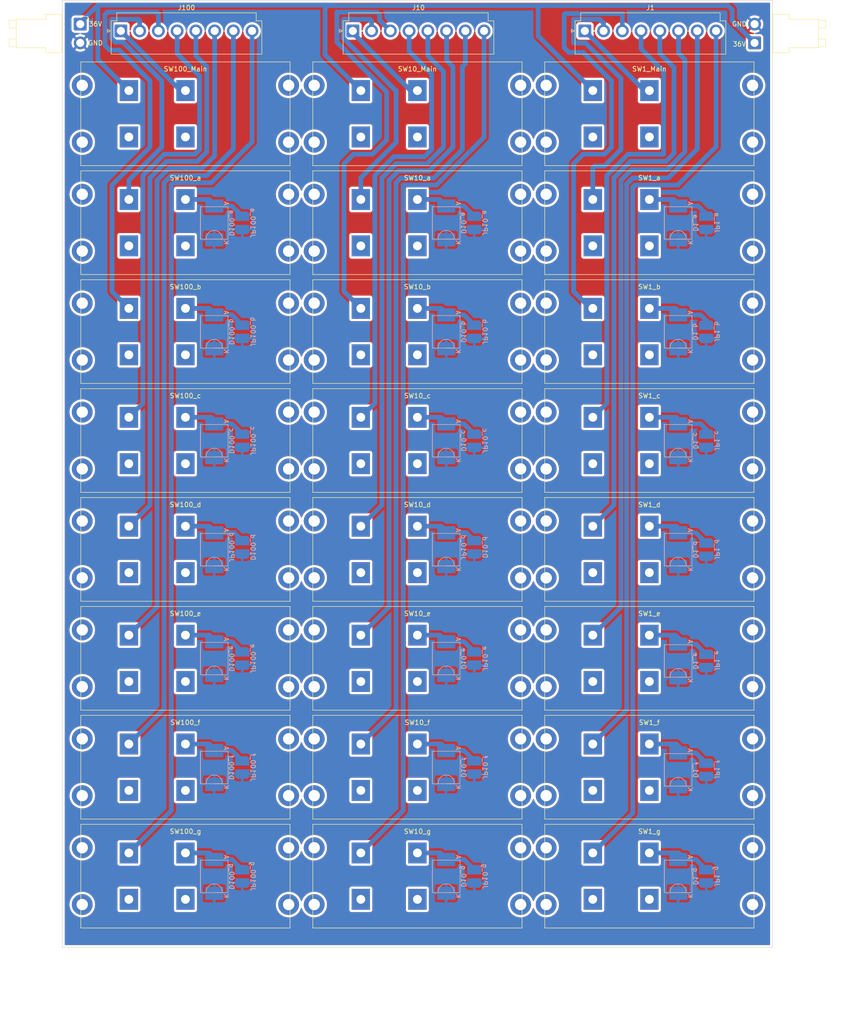
<source format=kicad_pcb>
(kicad_pcb (version 20211014) (generator pcbnew)
  (layers (0 "F.Cu" signal) (31 "B.Cu" signal) (34 "B.Paste" user) (35 "F.Paste" user) (36 "B.SilkS" user "B.Silkscreen") (37 "F.SilkS" user "F.Silkscreen") (38 "B.Mask" user) (39 "F.Mask" user) (44 "Edge.Cuts" user))
  (net 0 "")
  (net 1 "GND")
  (net 2 "Net-(D1-Pad2)")
  (net 3 "Net-(D2-Pad2)")
  (net 4 "Net-(D3-Pad2)")
  (net 5 "Net-(D4-Pad2)")
  (net 6 "Net-(D5-Pad2)")
  (net 7 "Net-(D6-Pad2)")
  (net 8 "Net-(D7-Pad2)")
  (net 9 "Net-(D8-Pad2)")
  (net 10 "Net-(D9-Pad2)")
  (net 11 "Net-(D10-Pad2)")
  (net 12 "Net-(D11-Pad2)")
  (net 13 "Net-(D12-Pad2)")
  (net 14 "Net-(D13-Pad2)")
  (net 15 "Net-(D14-Pad2)")
  (net 16 "Net-(D15-Pad2)")
  (net 17 "Net-(D16-Pad2)")
  (net 18 "Net-(D17-Pad2)")
  (net 19 "Net-(D18-Pad2)")
  (net 20 "Net-(D19-Pad2)")
  (net 21 "Net-(D20-Pad2)")
  (net 22 "Net-(D21-Pad2)")
  (net 23 "Net-(J1-Pad1)")
  (net 24 "Net-(J1-Pad2)")
  (net 25 "Net-(J1-Pad3)")
  (net 26 "Net-(J1-Pad4)")
  (net 27 "Net-(J1-Pad5)")
  (net 28 "Net-(J1-Pad6)")
  (net 29 "Net-(J1-Pad7)")
  (net 30 "Net-(J1-Pad8)")
  (net 31 "Net-(J2-Pad1)")
  (net 32 "Net-(J2-Pad2)")
  (net 33 "Net-(J2-Pad3)")
  (net 34 "Net-(J2-Pad4)")
  (net 35 "Net-(J2-Pad5)")
  (net 36 "Net-(J2-Pad6)")
  (net 37 "Net-(J2-Pad7)")
  (net 38 "Net-(J2-Pad8)")
  (net 39 "Net-(J3-Pad1)")
  (net 40 "Net-(J3-Pad2)")
  (net 41 "Net-(J3-Pad3)")
  (net 42 "Net-(J3-Pad4)")
  (net 43 "Net-(J3-Pad5)")
  (net 44 "Net-(J3-Pad6)")
  (net 45 "Net-(J3-Pad7)")
  (net 46 "Net-(J3-Pad8)")
  (net 89 "+36V")
  (footprint "Connector_JST:JST_VH_B8P-VH-B_1x08_P3.96mm_Vertical" (layer "F.Cu") (at 191.3625 46.45)
    (fp_text reference "J10")
    (fp_text value "Conn_01x08_Male")
  )
  (footprint "PartsLibrary:MS151S" (layer "F.Cu") (at 156 96)
    (fp_text reference "SW100_b")
    (fp_text value "SW_DPST")
  )
  (footprint "PartsLibrary:MS151S" (layer "F.Cu") (at 205 188)
    (fp_text reference "SW10_f")
    (fp_text value "SW_DPST")
  )
  (footprint "PartsLibrary:MS151S" (layer "F.Cu") (at 254 188)
    (fp_text reference "SW1_f")
    (fp_text value "SW_DPST")
  )
  (footprint "PartsLibrary:MS151S" (layer "F.Cu") (at 156 73)
    (fp_text reference "SW100_a")
    (fp_text value "SW_DPST")
  )
  (footprint "PartsLibrary:MS151S" (layer "F.Cu") (at 205 211)
    (fp_text reference "SW10_g")
    (fp_text value "SW_DPST")
  )
  (footprint "Connector_JST:JST_VH_B2PS-VH_1x02_P3.96mm_Horizontal" (layer "F.Cu") (at 276.225 48.98 90)
    (fp_text reference "J4")
    (fp_text value "Conn_01x02_Male")
  )
  (footprint "Connector_JST:JST_VH_B2PS-VH_1x02_P3.96mm_Horizontal" (layer "F.Cu") (at 133.775 45.02 -90)
    (fp_text reference "J5")
    (fp_text value "Conn_01x02_Male")
  )
  (footprint "PartsLibrary:MS151S" (layer "F.Cu") (at 205 119)
    (fp_text reference "SW10_c")
    (fp_text value "SW_DPST")
  )
  (footprint "PartsLibrary:MS151S" (layer "F.Cu") (at 156 50)
    (fp_text reference "SW100_Main")
    (fp_text value "SW_DPST")
  )
  (footprint "PartsLibrary:MS151S" (layer "F.Cu") (at 254 50)
    (fp_text reference "SW1_Main")
    (fp_text value "SW_DPST")
  )
  (footprint "PartsLibrary:MS151S" (layer "F.Cu") (at 156 142)
    (fp_text reference "SW100_d")
    (fp_text value "SW_DPST")
  )
  (footprint "PartsLibrary:MS151S" (layer "F.Cu") (at 254 211)
    (fp_text reference "SW1_g")
    (fp_text value "SW_DPST")
  )
  (footprint "PartsLibrary:MS151S" (layer "F.Cu") (at 205 96)
    (fp_text reference "SW10_b")
    (fp_text value "SW_DPST")
  )
  (footprint "PartsLibrary:MS151S" (layer "F.Cu") (at 156 165)
    (fp_text reference "SW100_e")
    (fp_text value "SW_DPST")
  )
  (footprint "PartsLibrary:MS151S" (layer "F.Cu") (at 205 165)
    (fp_text reference "SW10_e")
    (fp_text value "SW_DPST")
  )
  (footprint "Connector_JST:JST_VH_B8P-VH-B_1x08_P3.96mm_Vertical" (layer "F.Cu") (at 240.3625 46.45)
    (fp_text reference "J1")
    (fp_text value "Conn_01x08_Male")
  )
  (footprint "PartsLibrary:MS151S" (layer "F.Cu") (at 156 188)
    (fp_text reference "SW100_f")
    (fp_text value "SW_DPST")
  )
  (footprint "PartsLibrary:MS151S" (layer "F.Cu") (at 205 142)
    (fp_text reference "SW10_d")
    (fp_text value "SW_DPST")
  )
  (footprint "PartsLibrary:MS151S" (layer "F.Cu") (at 156 211)
    (fp_text reference "SW100_g")
    (fp_text value "SW_DPST")
  )
  (footprint "PartsLibrary:MS151S" (layer "F.Cu") (at 254 142)
    (fp_text reference "SW1_d")
    (fp_text value "SW_DPST")
  )
  (footprint "PartsLibrary:MS151S" (layer "F.Cu") (at 156 119)
    (fp_text reference "SW100_c")
    (fp_text value "SW_DPST")
  )
  (footprint "PartsLibrary:MS151S" (layer "F.Cu") (at 205 73)
    (fp_text reference "SW10_a")
    (fp_text value "SW_DPST")
  )
  (footprint "PartsLibrary:MS151S" (layer "F.Cu") (at 254 73)
    (fp_text reference "SW1_a")
    (fp_text value "SW_DPST")
  )
  (footprint "Connector_JST:JST_VH_B8P-VH-B_1x08_P3.96mm_Vertical" (layer "F.Cu") (at 142.3625 46.45)
    (fp_text reference "J100")
    (fp_text value "Conn_01x08_Male")
  )
  (footprint "PartsLibrary:MS151S" (layer "F.Cu") (at 254 165)
    (fp_text reference "SW1_e")
    (fp_text value "SW_DPST")
  )
  (footprint "PartsLibrary:MS151S" (layer "F.Cu") (at 205 50)
    (fp_text reference "SW10_Main")
    (fp_text value "SW_DPST")
  )
  (footprint "PartsLibrary:MS151S" (layer "F.Cu") (at 254 119)
    (fp_text reference "SW1_c")
    (fp_text value "SW_DPST")
  )
  (footprint "PartsLibrary:MS151S" (layer "F.Cu") (at 254 96)
    (fp_text reference "SW1_b")
    (fp_text value "SW_DPST")
  )
  (footprint "PartsLibrary:junper" (layer "B.Cu") (at 212 225 -90)
    (fp_text reference "JP10_g")
    (fp_text value "SolderJumper_2_Open")
  )
  (footprint "PartsLibrary:junper" (layer "B.Cu") (at 163 225 -90)
    (fp_text reference "JP100_g")
    (fp_text value "SolderJumper_2_Open")
  )
  (footprint "PartsLibrary:junper" (layer "B.Cu") (at 163 110 -90)
    (fp_text reference "JP100_b")
    (fp_text value "SolderJumper_2_Open")
  )
  (footprint "PartsLibrary:junper" (layer "B.Cu") (at 261 179.5 -90)
    (fp_text reference "JP1_e")
    (fp_text value "SolderJumper_2_Open")
  )
  (footprint "PartsLibrary:junper" (layer "B.Cu") (at 212 179 -90)
    (fp_text reference "JP10_e")
    (fp_text value "SolderJumper_2_Open")
  )
  (footprint "PartsLibrary:NSI50350AST3G" (layer "B.Cu") (at 267 133 90)
    (fp_text reference "D1_c")
    (fp_text value "D")
  )
  (footprint "PartsLibrary:NSI50350AST3G" (layer "B.Cu") (at 218 202 90)
    (fp_text reference "D10_f")
    (fp_text value "D")
  )
  (footprint "PartsLibrary:NSI50350AST3G" (layer "B.Cu") (at 218 87 90)
    (fp_text reference "D10_a")
    (fp_text value "D")
  )
  (footprint "PartsLibrary:NSI50350AST3G" (layer "B.Cu") (at 267 202.5 90)
    (fp_text reference "D1_f")
    (fp_text value "D")
  )
  (footprint "PartsLibrary:junper" (layer "B.Cu") (at 163 155.5 -90)
    (fp_text reference "JP100_d")
    (fp_text value "SolderJumper_2_Open")
  )
  (footprint "PartsLibrary:junper" (layer "B.Cu") (at 261 87 -90)
    (fp_text reference "JP1_a")
    (fp_text value "SolderJumper_2_Open")
  )
  (footprint "PartsLibrary:NSI50350AST3G" (layer "B.Cu") (at 267 110 90)
    (fp_text reference "D1_b")
    (fp_text value "D")
  )
  (footprint "PartsLibrary:junper" (layer "B.Cu") (at 212 133 -90)
    (fp_text reference "JP10_c")
    (fp_text value "SolderJumper_2_Open")
  )
  (footprint "PartsLibrary:NSI50350AST3G" (layer "B.Cu") (at 169 110 90)
    (fp_text reference "D100_b")
    (fp_text value "D")
  )
  (footprint "PartsLibrary:junper" (layer "B.Cu") (at 163 87 -90)
    (fp_text reference "JP100_a")
    (fp_text value "SolderJumper_2_Open")
  )
  (footprint "PartsLibrary:junper" (layer "B.Cu") (at 163 179 -90)
    (fp_text reference "JP100_e")
    (fp_text value "SolderJumper_2_Open")
  )
  (footprint "PartsLibrary:NSI50350AST3G" (layer "B.Cu") (at 267 225 90)
    (fp_text reference "D1_g")
    (fp_text value "D")
  )
  (footprint "PartsLibrary:NSI50350AST3G" (layer "B.Cu") (at 218 225 90)
    (fp_text reference "D10_g")
    (fp_text value "D")
  )
  (footprint "PartsLibrary:junper" (layer "B.Cu") (at 163 133 -90)
    (fp_text reference "JP100_c")
    (fp_text value "SolderJumper_2_Open")
  )
  (footprint "PartsLibrary:NSI50350AST3G" (layer "B.Cu") (at 267 87 90)
    (fp_text reference "D1_a")
    (fp_text value "D")
  )
  (footprint "PartsLibrary:NSI50350AST3G" (layer "B.Cu") (at 169 133 90)
    (fp_text reference "D100_c")
    (fp_text value "D")
  )
  (footprint "PartsLibrary:junper" (layer "B.Cu") (at 212 87 -90)
    (fp_text reference "JP10_a")
    (fp_text value "SolderJumper_2_Open")
  )
  (footprint "PartsLibrary:junper" (layer "B.Cu") (at 212 155.5 -90)
    (fp_text reference "JP10_d")
    (fp_text value "SolderJumper_2_Open")
  )
  (footprint "PartsLibrary:junper" (layer "B.Cu") (at 261 156 -90)
    (fp_text reference "JP1_d")
    (fp_text value "SolderJumper_2_Open")
  )
  (footprint "PartsLibrary:NSI50350AST3G" (layer "B.Cu") (at 267 179.5 90)
    (fp_text reference "D1_e")
    (fp_text value "D")
  )
  (footprint "PartsLibrary:junper" (layer "B.Cu") (at 261 202.5 -90)
    (fp_text reference "JP1_f")
    (fp_text value "SolderJumper_2_Open")
  )
  (footprint "PartsLibrary:junper" (layer "B.Cu") (at 261 133 -90)
    (fp_text reference "JP1_c")
    (fp_text value "SolderJumper_2_Open")
  )
  (footprint "PartsLibrary:NSI50350AST3G" (layer "B.Cu") (at 218 156 90)
    (fp_text reference "D10_d")
    (fp_text value "D")
  )
  (footprint "PartsLibrary:NSI50350AST3G" (layer "B.Cu") (at 267 156 90)
    (fp_text reference "D1_d")
    (fp_text value "D")
  )
  (footprint "PartsLibrary:NSI50350AST3G" (layer "B.Cu") (at 218 179 90)
    (fp_text reference "D10_e")
    (fp_text value "D")
  )
  (footprint "PartsLibrary:NSI50350AST3G" (layer "B.Cu") (at 169 225 90)
    (fp_text reference "D100_g")
    (fp_text value "D")
  )
  (footprint "PartsLibrary:junper" (layer "B.Cu") (at 212 110 -90)
    (fp_text reference "JP10_b")
    (fp_text value "SolderJumper_2_Open")
  )
  (footprint "PartsLibrary:junper" (layer "B.Cu") (at 163 202 -90)
    (fp_text reference "JP100_f")
    (fp_text value "SolderJumper_2_Open")
  )
  (footprint "PartsLibrary:NSI50350AST3G" (layer "B.Cu") (at 169 87 90)
    (fp_text reference "D100_a")
    (fp_text value "D")
  )
  (footprint "PartsLibrary:junper" (layer "B.Cu") (at 261 225 -90)
    (fp_text reference "JP1_g")
    (fp_text value "SolderJumper_2_Open")
  )
  (footprint "PartsLibrary:NSI50350AST3G" (layer "B.Cu") (at 169 156 90)
    (fp_text reference "D100_d")
    (fp_text value "D")
  )
  (footprint "PartsLibrary:junper" (layer "B.Cu") (at 261 110 -90)
    (fp_text reference "JP1_b")
    (fp_text value "SolderJumper_2_Open")
  )
  (footprint "PartsLibrary:NSI50350AST3G" (layer "B.Cu") (at 218 110 90)
    (fp_text reference "D10_b")
    (fp_text value "D")
  )
  (footprint "PartsLibrary:NSI50350AST3G" (layer "B.Cu") (at 169 202 90)
    (fp_text reference "D100_f")
    (fp_text value "D")
  )
  (footprint "PartsLibrary:NSI50350AST3G" (layer "B.Cu") (at 218 133 90)
    (fp_text reference "D10_c")
    (fp_text value "D")
  )
  (footprint "PartsLibrary:junper" (layer "B.Cu") (at 212 202 -90)
    (fp_text reference "JP10_f")
    (fp_text value "SolderJumper_2_Open")
  )
  (footprint "PartsLibrary:NSI50350AST3G" (layer "B.Cu") (at 169 179 90)
    (fp_text reference "D100_e")
    (fp_text value "D")
  )
  (gr_line (start 130 40) (end 130 240) (layer "Edge.Cuts") (width 0.1))
  (gr_line (start 280 40) (end 280 240) (layer "Edge.Cuts") (width 0.1))
  (gr_line (start 130 40) (end 280 40) (layer "Edge.Cuts") (width 0.1))
  (gr_line (start 130 240) (end 280 240) (layer "Edge.Cuts") (width 0.1))
  (gr_text "GND" (at 137 49) (layer "F.SilkS") (effects (font (size 1 1))))
  (gr_text "36V" (at 273 49.25) (layer "F.SilkS") (effects (font (size 1 1))))
  (gr_text "36V" (at 137 45) (layer "F.SilkS") (effects (font (size 1 1))))
  (gr_text "GND" (at 273 45) (layer "F.SilkS") (effects (font (size 1 1))))
  (segment (start 264.3315 83.4315) (end 266.5 85.6) (width 1) (layer "B.Cu") (net 2))
  (segment (start 259.1985 82.05) (end 260.58 83.4315) (width 1) (layer "B.Cu") (net 2))
  (segment (start 260.58 83.4315) (end 264.3315 83.4315) (width 1) (layer "B.Cu") (net 2))
  (segment (start 254 82.05) (end 259.1985 82.05) (width 1) (layer "B.Cu") (net 2))
  (segment (start 259.5235 105.05) (end 260.905 106.4315) (width 1) (layer "B.Cu") (net 3))
  (segment (start 254 105.05) (end 259.5235 105.05) (width 1) (layer "B.Cu") (net 3))
  (segment (start 260.905 106.4315) (end 264.8315 106.4315) (width 1) (layer "B.Cu") (net 3))
  (segment (start 264.8315 106.4315) (end 267 108.6) (width 1) (layer "B.Cu") (net 3))
  (segment (start 261.08 129.4315) (end 264.8315 129.4315) (width 1) (layer "B.Cu") (net 4))
  (segment (start 254 128.05) (end 259.6985 128.05) (width 1) (layer "B.Cu") (net 4))
  (segment (start 264.8315 129.4315) (end 267 131.6) (width 1) (layer "B.Cu") (net 4))
  (segment (start 259.6985 128.05) (end 261.08 129.4315) (width 1) (layer "B.Cu") (net 4))
  (segment (start 254 151.05) (end 259.6985 151.05) (width 1) (layer "B.Cu") (net 5))
  (segment (start 260.08 152.4315) (end 263.8315 152.4315) (width 1) (layer "B.Cu") (net 5))
  (segment (start 259.6985 151.05) (end 261.08 152.4315) (width 1) (layer "B.Cu") (net 5))
  (segment (start 263.8315 152.4315) (end 266 154.6) (width 1) (layer "B.Cu") (net 5))
  (segment (start 259.5235 174.05) (end 261.405 175.9315) (width 1) (layer "B.Cu") (net 6))
  (segment (start 263.8315 175.9315) (end 266 178.1) (width 1) (layer "B.Cu") (net 6))
  (segment (start 260.08 175.9315) (end 263.8315 175.9315) (width 1) (layer "B.Cu") (net 6))
  (segment (start 254 174.05) (end 259.5235 174.05) (width 1) (layer "B.Cu") (net 6))
  (segment (start 259.6985 197.05) (end 261.58 198.9315) (width 1) (layer "B.Cu") (net 7))
  (segment (start 254 197.05) (end 259.6985 197.05) (width 1) (layer "B.Cu") (net 7))
  (segment (start 260.08 198.9315) (end 263.8315 198.9315) (width 1) (layer "B.Cu") (net 7))
  (segment (start 263.8315 198.9315) (end 266 201.1) (width 1) (layer "B.Cu") (net 7))
  (segment (start 260.08 221.4315) (end 263.8315 221.4315) (width 1) (layer "B.Cu") (net 8))
  (segment (start 260.1985 220.05) (end 261.58 221.4315) (width 1) (layer "B.Cu") (net 8))
  (segment (start 263.8315 221.4315) (end 266 223.6) (width 1) (layer "B.Cu") (net 8))
  (segment (start 254 220.05) (end 260.1985 220.05) (width 1) (layer "B.Cu") (net 8))
  (segment (start 205 82.05) (end 209.6985 82.05) (width 1) (layer "B.Cu") (net 9))
  (segment (start 211.08 83.4315) (end 214.8315 83.4315) (width 1) (layer "B.Cu") (net 9))
  (segment (start 209.6985 82.05) (end 211.08 83.4315) (width 1) (layer "B.Cu") (net 9))
  (segment (start 214.8315 83.4315) (end 217 85.6) (width 1) (layer "B.Cu") (net 9))
  (segment (start 205 105.05) (end 210.0235 105.05) (width 1) (layer "B.Cu") (net 10))
  (segment (start 210.0235 105.05) (end 211.405 106.4315) (width 1) (layer "B.Cu") (net 10))
  (segment (start 211.08 106.4315) (end 214.8315 106.4315) (width 1) (layer "B.Cu") (net 10))
  (segment (start 214.8315 106.4315) (end 217 108.6) (width 1) (layer "B.Cu") (net 10))
  (segment (start 210.0235 128.05) (end 211.405 129.4315) (width 1) (layer "B.Cu") (net 11))
  (segment (start 211.08 129.4315) (end 214.8315 129.4315) (width 1) (layer "B.Cu") (net 11))
  (segment (start 205 128.05) (end 210.0235 128.05) (width 1) (layer "B.Cu") (net 11))
  (segment (start 214.8315 129.4315) (end 217 131.6) (width 1) (layer "B.Cu") (net 11))
  (segment (start 205 151.05) (end 210.0235 151.05) (width 1) (layer "B.Cu") (net 12))
  (segment (start 211.08 152.4315) (end 215.3315 152.4315) (width 1) (layer "B.Cu") (net 12))
  (segment (start 210.0235 151.05) (end 211.405 152.4315) (width 1) (layer "B.Cu") (net 12))
  (segment (start 215.3315 152.4315) (end 217 154.1) (width 1) (layer "B.Cu") (net 12))
  (segment (start 214.8315 175.4315) (end 217 177.6) (width 1) (layer "B.Cu") (net 13))
  (segment (start 205 174.05) (end 209.6985 174.05) (width 1) (layer "B.Cu") (net 13))
  (segment (start 211.08 175.4315) (end 214.8315 175.4315) (width 1) (layer "B.Cu") (net 13))
  (segment (start 209.6985 174.05) (end 211.08 175.4315) (width 1) (layer "B.Cu") (net 13))
  (segment (start 214.8315 198.4315) (end 217 200.6) (width 1) (layer "B.Cu") (net 14))
  (segment (start 210.0235 197.05) (end 211.405 198.4315) (width 1) (layer "B.Cu") (net 14))
  (segment (start 205 197.05) (end 210.0235 197.05) (width 1) (layer "B.Cu") (net 14))
  (segment (start 211.08 198.4315) (end 214.8315 198.4315) (width 1) (layer "B.Cu") (net 14))
  (segment (start 209.8735 220.05) (end 211.255 221.4315) (width 1) (layer "B.Cu") (net 15))
  (segment (start 211.08 221.4315) (end 214.8315 221.4315) (width 1) (layer "B.Cu") (net 15))
  (segment (start 205 220.05) (end 209.8735 220.05) (width 1) (layer "B.Cu") (net 15))
  (segment (start 214.8315 221.4315) (end 217 223.6) (width 1) (layer "B.Cu") (net 15))
  (segment (start 165.8315 83.4315) (end 168 85.6) (width 1) (layer "B.Cu") (net 16))
  (segment (start 162.08 83.4315) (end 165.8315 83.4315) (width 1) (layer "B.Cu") (net 16))
  (segment (start 156 82.05) (end 161.0235 82.05) (width 1) (layer "B.Cu") (net 16))
  (segment (start 161.0235 82.05) (end 162.405 83.4315) (width 1) (layer "B.Cu") (net 16))
  (segment (start 165.8315 106.4315) (end 168 108.6) (width 1) (layer "B.Cu") (net 17))
  (segment (start 161.0235 105.05) (end 162.405 106.4315) (width 1) (layer "B.Cu") (net 17))
  (segment (start 162.08 106.4315) (end 165.8315 106.4315) (width 1) (layer "B.Cu") (net 17))
  (segment (start 156 105.05) (end 161.0235 105.05) (width 1) (layer "B.Cu") (net 17))
  (segment (start 161.5235 128.05) (end 162.405 128.9315) (width 1) (layer "B.Cu") (net 18))
  (segment (start 156 128.05) (end 161.5235 128.05) (width 1) (layer "B.Cu") (net 18))
  (segment (start 162.08 129.4315) (end 165.8315 129.4315) (width 1) (layer "B.Cu") (net 18))
  (segment (start 165.8315 129.4315) (end 168 131.6) (width 1) (layer "B.Cu") (net 18))
  (segment (start 161.0235 151.05) (end 162.405 152.4315) (width 1) (layer "B.Cu") (net 19))
  (segment (start 162.08 152.4315) (end 166.3315 152.4315) (width 1) (layer "B.Cu") (net 19))
  (segment (start 156 151.05) (end 161.0235 151.05) (width 1) (layer "B.Cu") (net 19))
  (segment (start 166.3315 152.4315) (end 168 154.1) (width 1) (layer "B.Cu") (net 19))
  (segment (start 156 174.05) (end 161.0235 174.05) (width 1) (layer "B.Cu") (net 20))
  (segment (start 161.0235 174.05) (end 162.405 175.4315) (width 1) (layer "B.Cu") (net 20))
  (segment (start 165.8315 175.4315) (end 168 177.6) (width 1) (layer "B.Cu") (net 20))
  (segment (start 162.08 175.4315) (end 165.8315 175.4315) (width 1) (layer "B.Cu") (net 20))
  (segment (start 161.0235 197.05) (end 162.405 198.4315) (width 1) (layer "B.Cu") (net 21))
  (segment (start 162.08 198.4315) (end 165.8315 198.4315) (width 1) (layer "B.Cu") (net 21))
  (segment (start 165.8315 198.4315) (end 168 200.6) (width 1) (layer "B.Cu") (net 21))
  (segment (start 156 197.05) (end 161.0235 197.05) (width 1) (layer "B.Cu") (net 21))
  (segment (start 161.0235 220.05) (end 162.405 221.4315) (width 1) (layer "B.Cu") (net 22))
  (segment (start 162.08 221.4315) (end 165.8315 221.4315) (width 1) (layer "B.Cu") (net 22))
  (segment (start 156 220.05) (end 161.0235 220.05) (width 1) (layer "B.Cu") (net 22))
  (segment (start 165.8315 221.4315) (end 168 223.6) (width 1) (layer "B.Cu") (net 22))
  (segment (start 240.3625 46.45) (end 252.9625 59.05) (width 1) (layer "B.Cu") (net 23))
  (segment (start 252.9625 59.05) (end 254 59.05) (width 1) (layer "B.Cu") (net 23))
  (segment (start 242.05 82.05) (end 242.05 75.45) (width 1) (layer "B.Cu") (net 24))
  (segment (start 248 71.5) (end 248 56.5) (width 1) (layer "B.Cu") (net 24))
  (segment (start 242.5 75) (end 244.5 75) (width 1) (layer "B.Cu") (net 24))
  (segment (start 238 49) (end 238 44) (width 1) (layer "B.Cu") (net 24))
  (segment (start 244.3225 44.8225) (end 244.3225 46.45) (width 1) (layer "B.Cu") (net 24))
  (segment (start 244.5 75) (end 248 71.5) (width 1) (layer "B.Cu") (net 24))
  (segment (start 243.5 44) (end 244.3225 44.8225) (width 1) (layer "B.Cu") (net 24))
  (segment (start 238 44) (end 243.5 44) (width 1) (layer "B.Cu") (net 24))
  (segment (start 248 56.5) (end 240.5 49) (width 1) (layer "B.Cu") (net 24))
  (segment (start 242.05 75.45) (end 242.5 75) (width 1) (layer "B.Cu") (net 24))
  (segment (start 240.5 49) (end 238 49) (width 1) (layer "B.Cu") (net 24))
  (segment (start 237 51) (end 240 51) (width 1) (layer "B.Cu") (net 25))
  (segment (start 236 43) (end 236 50) (width 1) (layer "B.Cu") (net 25))
  (segment (start 246 71) (end 244.5 72.5) (width 1) (layer "B.Cu") (net 25))
  (segment (start 244.5 72.5) (end 240 72.5) (width 1) (layer "B.Cu") (net 25))
  (segment (start 241.55 105.05) (end 242.05 105.05) (width 1) (layer "B.Cu") (net 25))
  (segment (start 236 50) (end 237 51) (width 1) (layer "B.Cu") (net 25))
  (segment (start 248.2825 46.45) (end 248.2825 42.7825) (width 1) (layer "B.Cu") (net 25))
  (segment (start 238 74.5) (end 238 101.5) (width 1) (layer "B.Cu") (net 25))
  (segment (start 246 57) (end 246 71) (width 1) (layer "B.Cu") (net 25))
  (segment (start 238 101.5) (end 241.55 105.05) (width 1) (layer "B.Cu") (net 25))
  (segment (start 240 51) (end 246 57) (width 1) (layer "B.Cu") (net 25))
  (segment (start 240 72.5) (end 238 74.5) (width 1) (layer "B.Cu") (net 25))
  (segment (start 248.2825 42.7825) (end 236.2175 42.7825) (width 1) (layer "B.Cu") (net 25))
  (segment (start 236.2175 42.7825) (end 236 43) (width 1) (layer "B.Cu") (net 25))
  (segment (start 242.05 128.05) (end 245 125.1) (width 1) (layer "B.Cu") (net 26))
  (segment (start 245 101.5) (end 245 77) (width 1) (layer "B.Cu") (net 26))
  (segment (start 245 125.1) (end 245 101.5) (width 1) (layer "B.Cu") (net 26))
  (segment (start 245.5 76.5) (end 249.5 72.5) (width 1) (layer "B.Cu") (net 26))
  (segment (start 252.2425 50.2425) (end 257 55) (width 1) (layer "B.Cu") (net 26))
  (segment (start 252.2425 46.45) (end 252.2425 50.2425) (width 1) (layer "B.Cu") (net 26))
  (segment (start 245 77) (end 245.5 76.5) (width 1) (layer "B.Cu") (net 26))
  (segment (start 250.5 72.5) (end 257 72.5) (width 1) (layer "B.Cu") (net 26))
  (segment (start 249.5 72.5) (end 250.5 72.5) (width 1) (layer "B.Cu") (net 26))
  (segment (start 257 72.5) (end 257 55) (width 1) (layer "B.Cu") (net 26))
  (segment (start 246.5 146.6) (end 246.5 77.5) (width 1) (layer "B.Cu") (net 27))
  (segment (start 242.05 151.05) (end 246.5 146.6) (width 1) (layer "B.Cu") (net 27))
  (segment (start 256.2025 51.2025) (end 256.2025 46.45) (width 1) (layer "B.Cu") (net 27))
  (segment (start 257.5 74) (end 259.2 72.3) (width 1) (layer "B.Cu") (net 27))
  (segment (start 259.2 54.2) (end 256.2025 51.2025) (width 1) (layer "B.Cu") (net 27))
  (segment (start 246.5 77.5) (end 250 74) (width 1) (layer "B.Cu") (net 27))
  (segment (start 250 74) (end 257.5 74) (width 1) (layer "B.Cu") (net 27))
  (segment (start 259.2 72.3) (end 259.2 54.2) (width 1) (layer "B.Cu") (net 27))
  (segment (start 261.5 52.5) (end 261.5 72) (width 1) (layer "B.Cu") (net 28))
  (segment (start 261.5 72) (end 257.75 75.75) (width 1) (layer "B.Cu") (net 28))
  (segment (start 260.1625 46.45) (end 260.1625 51.1625) (width 1) (layer "B.Cu") (net 28))
  (segment (start 250.25 75.75) (end 248 78) (width 1) (layer "B.Cu") (net 28))
  (segment (start 257.75 75.75) (end 250.25 75.75) (width 1) (layer "B.Cu") (net 28))
  (segment (start 248 78) (end 248 168.1) (width 1) (layer "B.Cu") (net 28))
  (segment (start 248 168.1) (end 242.05 174.05) (width 1) (layer "B.Cu") (net 28))
  (segment (start 260.1625 51.1625) (end 261.5 52.5) (width 1) (layer "B.Cu") (net 28))
  (segment (start 250.5 77.5) (end 258 77.5) (width 1) (layer "B.Cu") (net 29))
  (segment (start 258 77.5) (end 264.1225 71.3775) (width 1) (layer "B.Cu") (net 29))
  (segment (start 242.05 197.05) (end 242.05 196.95) (width 1) (layer "B.Cu") (net 29))
  (segment (start 249.2 189.8) (end 249.2 78.8) (width 1) (layer "B.Cu") (net 29))
  (segment (start 264.1225 71.3775) (end 264.1225 46.45) (width 1) (layer "B.Cu") (net 29))
  (segment (start 249.2 78.8) (end 250.5 77.5) (width 1) (layer "B.Cu") (net 29))
  (segment (start 242.05 196.95) (end 249.2 189.8) (width 1) (layer "B.Cu") (net 29))
  (segment (start 260 79) (end 251 79) (width 1) (layer "B.Cu") (net 30))
  (segment (start 250.5 79.5) (end 250.5 211.6) (width 1) (layer "B.Cu") (net 30))
  (segment (start 268.0825 46.45) (end 268.0825 70.9175) (width 1) (layer "B.Cu") (net 30))
  (segment (start 268.0825 70.9175) (end 260 79) (width 1) (layer "B.Cu") (net 30))
  (segment (start 251 79) (end 250.5 79.5) (width 1) (layer "B.Cu") (net 30))
  (segment (start 250.5 211.6) (end 242.05 220.05) (width 1) (layer "B.Cu") (net 30))
  (segment (start 203.55 59.05) (end 205 59.05) (width 1) (layer "B.Cu") (net 31))
  (segment (start 191.3625 46.45) (end 191.3625 46.8625) (width 1) (layer "B.Cu") (net 31))
  (segment (start 191.3625 46.8625) (end 203.55 59.05) (width 1) (layer "B.Cu") (net 31))
  (segment (start 200.5 59.131002) (end 200.5 60.5) (width 1) (layer "B.Cu") (net 32))
  (segment (start 189.3125 44.1875) (end 189.3125 47.943502) (width 1) (layer "B.Cu") (net 32))
  (segment (start 193.05 82.05) (end 193.05 77.45) (width 1) (layer "B.Cu") (net 32))
  (segment (start 193.05 77.45) (end 200.5 70) (width 1) (layer "B.Cu") (net 32))
  (segment (start 195.3225 46.45) (end 195.3225 44.3225) (width 1) (layer "B.Cu") (net 32))
  (segment (start 189.3125 47.943502) (end 200.5 59.131002) (width 1) (layer "B.Cu") (net 32))
  (segment (start 200.5 59) (end 200.5 60.5) (width 1) (layer "B.Cu") (net 32))
  (segment (start 189.5 44) (end 189.3125 44.1875) (width 1) (layer "B.Cu") (net 32))
  (segment (start 200.5 60.5) (end 200.5 70) (width 1) (layer "B.Cu") (net 32))
  (segment (start 195.3225 44.3225) (end 195 44) (width 1) (layer "B.Cu") (net 32))
  (segment (start 195 44) (end 189.5 44) (width 1) (layer "B.Cu") (net 32))
  (segment (start 188 48.82) (end 198.5 59.32) (width 1) (layer "B.Cu") (net 33))
  (segment (start 189.5 101.5) (end 193.05 105.05) (width 1) (layer "B.Cu") (net 33))
  (segment (start 197 43) (end 196.5 42.5) (width 1) (layer "B.Cu") (net 33))
  (segment (start 196.5 42.5) (end 188 42.5) (width 1) (layer "B.Cu") (net 33))
  (segment (start 188 42.5) (end 188 48.82) (width 1) (layer "B.Cu") (net 33))
  (segment (start 198.5 59.32) (end 198.5 69.5) (width 1) (layer "B.Cu") (net 33))
  (segment (start 199.2825 46.45) (end 197 44.1675) (width 1) (layer "B.Cu") (net 33))
  (segment (start 198.5 69.5) (end 195.5 72.5) (width 1) (layer "B.Cu") (net 33))
  (segment (start 197 44.1675) (end 197 43) (width 1) (layer "B.Cu") (net 33))
  (segment (start 191.5 72.5) (end 189.5 74.5) (width 1) (layer "B.Cu") (net 33))
  (segment (start 195.5 72.5) (end 191.5 72.5) (width 1) (layer "B.Cu") (net 33))
  (segment (start 189.5 74.5) (end 189.5 101.5) (width 1) (layer "B.Cu") (net 33))
  (segment (start 203.2425 46.45) (end 203.2425 49.7425) (width 1) (layer "B.Cu") (net 34))
  (segment (start 206.5 73) (end 208 71.5) (width 1) (layer "B.Cu") (net 34))
  (segment (start 196 125.1) (end 195.55 125.55) (width 1) (layer "B.Cu") (net 34))
  (segment (start 208 55.5) (end 203.2425 50.7425) (width 1) (layer "B.Cu") (net 34))
  (segment (start 204.5 73) (end 206.5 73) (width 1) (layer "B.Cu") (net 34))
  (segment (start 204.5 73) (end 200 73) (width 1) (layer "B.Cu") (net 34))
  (segment (start 203.5 73) (end 204.5 73) (width 1) (layer "B.Cu") (net 34))
  (segment (start 208 71.5) (end 208 55.5) (width 1) (layer "B.Cu") (net 34))
  (segment (start 196 77) (end 196 125.1) (width 1) (layer "B.Cu") (net 34))
  (segment (start 203.2425 50.7425) (end 203.2425 46.45) (width 1) (layer "B.Cu") (net 34))
  (segment (start 195.55 125.55) (end 193.05 128.05) (width 1) (layer "B.Cu") (net 34))
  (segment (start 200 73) (end 196 77) (width 1) (layer "B.Cu") (net 34))
  (segment (start 207.2025 51.7025) (end 210.5 55) (width 1) (layer "B.Cu") (net 35))
  (segment (start 207.2025 46.45) (end 207.2025 51.7025) (width 1) (layer "B.Cu") (net 35))
  (segment (start 207 74.5) (end 200.5 74.5) (width 1) (layer "B.Cu") (net 35))
  (segment (start 210.5 55) (end 210.5 71) (width 1) (layer "B.Cu") (net 35))
  (segment (start 197.5 146.6) (end 193.05 151.05) (width 1) (layer "B.Cu") (net 35))
  (segment (start 210.5 71) (end 207 74.5) (width 1) (layer "B.Cu") (net 35))
  (segment (start 197.5 77.5) (end 197.5 146.6) (width 1) (layer "B.Cu") (net 35))
  (segment (start 200.5 74.5) (end 197.5 77.5) (width 1) (layer "B.Cu") (net 35))
  (segment (start 201 76) (end 199 78) (width 1) (layer "B.Cu") (net 36))
  (segment (start 207.5 76) (end 201 76) (width 1) (layer "B.Cu") (net 36))
  (segment (start 211.1625 52.6625) (end 212.5 54) (width 1) (layer "B.Cu") (net 36))
  (segment (start 211.1625 46.45) (end 211.1625 52.6625) (width 1) (layer "B.Cu") (net 36))
  (segment (start 199 168.1) (end 193.05 174.05) (width 1) (layer "B.Cu") (net 36))
  (segment (start 212.5 71) (end 207.5 76) (width 1) (layer "B.Cu") (net 36))
  (segment (start 212.5 54) (end 212.5 71) (width 1) (layer "B.Cu") (net 36))
  (segment (start 199 78) (end 199 168.1) (width 1) (layer "B.Cu") (net 36))
  (segment (start 215.1225 53.3775) (end 214.5 54) (width 1) (layer "B.Cu") (net 37))
  (segment (start 214.5 71.5) (end 208.5 77.5) (width 1) (layer "B.Cu") (net 37))
  (segment (start 215.1225 46.45) (end 215.1225 53.3775) (width 1) (layer "B.Cu") (net 37))
  (segment (start 208.5 77.5) (end 201.5 77.5) (width 1) (layer "B.Cu") (net 37))
  (segment (start 201.5 77.5) (end 200.5 78.5) (width 1) (layer "B.Cu") (net 37))
  (segment (start 214.5 54) (end 214.5 71.5) (width 1) (layer "B.Cu") (net 37))
  (segment (start 200.5 189.6) (end 193.05 197.05) (width 1) (layer "B.Cu") (net 37))
  (segment (start 200.5 78.5) (end 200.5 189.6) (width 1) (layer "B.Cu") (net 37))
  (segment (start 219.0825 46.45) (end 219.0825 68.9175) (width 1) (layer "B.Cu") (net 38))
  (segment (start 202 211.1) (end 193.05 220.05) (width 1) (layer "B.Cu") (net 38))
  (segment (start 219.0825 68.9175) (end 209 79) (width 1) (layer "B.Cu") (net 38))
  (segment (start 209 79) (end 202 79) (width 1) (layer "B.Cu") (net 38))
  (segment (start 202 79) (end 202 211.1) (width 1) (layer "B.Cu") (net 38))
  (segment (start 142.3625 46.45) (end 154.9625 59.05) (width 1) (layer "B.Cu") (net 39))
  (segment (start 154.9625 59.05) (end 156 59.05) (width 1) (layer "B.Cu") (net 39))
  (segment (start 140.3125 47.943502) (end 140.3125 44.1875) (width 1) (layer "B.Cu") (net 40))
  (segment (start 144.05 82.05) (end 144.05 77.95) (width 1) (layer "B.Cu") (net 40))
  (segment (start 144.05 77.95) (end 151 71) (width 1) (layer "B.Cu") (net 40))
  (segment (start 146 44) (end 146.3225 44.3225) (width 1) (layer "B.Cu") (net 40))
  (segment (start 140.3125 44.1875) (end 140.5 44) (width 1) (layer "B.Cu") (net 40))
  (segment (start 140.5 44) (end 146 44) (width 1) (layer "B.Cu") (net 40))
  (segment (start 141.184499 48.815501) (end 140.3125 47.943502) (width 1) (layer "B.Cu") (net 40))
  (segment (start 151 71) (end 151 57) (width 1) (layer "B.Cu") (net 40))
  (segment (start 146.3225 44.3225) (end 146.3225 46.45) (width 1) (layer "B.Cu") (net 40))
  (segment (start 142.815501 48.815501) (end 141.184499 48.815501) (width 1) (layer "B.Cu") (net 40))
  (segment (start 151 57) (end 142.815501 48.815501) (width 1) (layer "B.Cu") (net 40))
  (segment (start 139 43) (end 139.5 42.5) (width 1) (layer "B.Cu") (net 41))
  (segment (start 140 50.5) (end 139 49.5) (width 1) (layer "B.Cu") (net 41))
  (segment (start 144.05 105.05) (end 140.5 101.5) (width 1) (layer "B.Cu") (net 41))
  (segment (start 150 42.5) (end 150.2825 42.7825) (width 1) (layer "B.Cu") (net 41))
  (segment (start 140.5 79) (end 148.5 71) (width 1) (layer "B.Cu") (net 41))
  (segment (start 139.5 42.5) (end 150 42.5) (width 1) (layer "B.Cu") (net 41))
  (segment (start 142 50.5) (end 140 50.5) (width 1) (layer "B.Cu") (net 41))
  (segment (start 148.5 57) (end 142 50.5) (width 1) (layer "B.Cu") (net 41))
  (segment (start 150.2825 42.7825) (end 150.2825 46.45) (width 1) (layer "B.Cu") (net 41))
  (segment (start 148.5 71) (end 148.5 57) (width 1) (layer "B.Cu") (net 41))
  (segment (start 140.5 101.5) (end 140.5 79) (width 1) (layer "B.Cu") (net 41))
  (segment (start 139 49.5) (end 139 43) (width 1) (layer "B.Cu") (net 41))
  (segment (start 159 71.5) (end 158 72.5) (width 1) (layer "B.Cu") (net 42))
  (segment (start 158 72.5) (end 151.5 72.5) (width 1) (layer "B.Cu") (net 42))
  (segment (start 147 125.1) (end 144.05 128.05) (width 1) (layer "B.Cu") (net 42))
  (segment (start 147 77) (end 147 125.1) (width 1) (layer "B.Cu") (net 42))
  (segment (start 154.2425 51.2425) (end 159 56) (width 1) (layer "B.Cu") (net 42))
  (segment (start 154.2425 46.45) (end 154.2425 51.2425) (width 1) (layer "B.Cu") (net 42))
  (segment (start 151.5 72.5) (end 147 77) (width 1) (layer "B.Cu") (net 42))
  (segment (start 159 56) (end 159 71.5) (width 1) (layer "B.Cu") (net 42))
  (segment (start 148.5 77.5) (end 148.5 146.6) (width 1) (layer "B.Cu") (net 43))
  (segment (start 158.2025 46.45) (end 158.2025 51.7025) (width 1) (layer "B.Cu") (net 43))
  (segment (start 148.5 146.6) (end 144.05 151.05) (width 1) (layer "B.Cu") (net 43))
  (segment (start 160.5 54) (end 160.5 72) (width 1) (layer "B.Cu") (net 43))
  (segment (start 158.2025 51.7025) (end 160.5 54) (width 1) (layer "B.Cu") (net 43))
  (segment (start 152 74) (end 148.5 77.5) (width 1) (layer "B.Cu") (net 43))
  (segment (start 158.5 74) (end 152 74) (width 1) (layer "B.Cu") (net 43))
  (segment (start 160.5 72) (end 158.5 74) (width 1) (layer "B.Cu") (net 43))
  (segment (start 152.5 75.5) (end 150 78) (width 1) (layer "B.Cu") (net 44))
  (segment (start 162.1625 46.45) (end 162.1625 72.8375) (width 1) (layer "B.Cu") (net 44))
  (segment (start 150 168.1) (end 144.05 174.05) (width 1) (layer "B.Cu") (net 44))
  (segment (start 150 78) (end 150 168.1) (width 1) (layer "B.Cu") (net 44))
  (segment (start 159.5 75.5) (end 152.5 75.5) (width 1) (layer "B.Cu") (net 44))
  (segment (start 162.1625 72.8375) (end 159.5 75.5) (width 1) (layer "B.Cu") (net 44))
  (segment (start 160.5 77) (end 166.1225 71.3775) (width 1) (layer "B.Cu") (net 45))
  (segment (start 153 77) (end 160.5 77) (width 1) (layer "B.Cu") (net 45))
  (segment (start 151.5 188) (end 151.5 78.5) (width 1) (layer "B.Cu") (net 45))
  (segment (start 151.5 78.5) (end 153 77) (width 1) (layer "B.Cu") (net 45))
  (segment (start 151.5 188) (end 151.5 189.6) (width 1) (layer "B.Cu") (net 45))
  (segment (start 151.5 188) (end 151.5 188.5) (width 1) (layer "B.Cu") (net 45))
  (segment (start 166.1225 71.3775) (end 166.1225 46.45) (width 1) (layer "B.Cu") (net 45))
  (segment (start 151.5 189.6) (end 144.05 197.05) (width 1) (layer "B.Cu") (net 45))
  (segment (start 170.0825 46.45) (end 170.0825 69.9175) (width 1) (layer "B.Cu") (net 46))
  (segment (start 161.5 78.5) (end 153.5 78.5) (width 1) (layer "B.Cu") (net 46))
  (segment (start 153 211.1) (end 144.05 220.05) (width 1) (layer "B.Cu") (net 46))
  (segment (start 170.0825 69.9175) (end 161.5 78.5) (width 1) (layer "B.Cu") (net 46))
  (segment (start 153 79) (end 153 211.1) (width 1) (layer "B.Cu") (net 46))
  (segment (start 153.5 78.5) (end 153 79) (width 1) (layer "B.Cu") (net 46))
  (segment (start 137.5 41) (end 187.3 41) (width 1) (layer "B.Cu") (net 89))
  (segment (start 232.6 41.1) (end 187.4 41.1) (width 1) (layer "B.Cu") (net 89))
  (segment (start 270.6 41.1) (end 271.5 42) (width 1) (layer "B.Cu") (net 89))
  (segment (start 185.5 51.5) (end 193.05 59.05) (width 1) (layer "B.Cu") (net 89))
  (segment (start 230.5 47.5) (end 242.05 59.05) (width 1) (layer "B.Cu") (net 89))
  (segment (start 185.5 41.5) (end 185.5 51.5) (width 1) (layer "B.Cu") (net 89))
  (segment (start 271.5 44.255) (end 276.225 48.98) (width 1) (layer "B.Cu") (net 89))
  (segment (start 185.9 41.1) (end 185.5 41.5) (width 1) (layer "B.Cu") (net 89))
  (segment (start 187.4 41.1) (end 185.9 41.1) (width 1) (layer "B.Cu") (net 89))
  (segment (start 271.5 42) (end 271.5 44.255) (width 1) (layer "B.Cu") (net 89))
  (segment (start 230.5 41.5) (end 230.5 47.5) (width 1) (layer "B.Cu") (net 89))
  (segment (start 144.05 59.05) (end 137.5 52.5) (width 1) (layer "B.Cu") (net 89))
  (segment (start 133.775 45.02) (end 133.775 44.725) (width 1) (layer "B.Cu") (net 89))
  (segment (start 187.3 41) (end 187.4 41.1) (width 1) (layer "B.Cu") (net 89))
  (segment (start 230.9 41.1) (end 230.5 41.5) (width 1) (layer "B.Cu") (net 89))
  (segment (start 230.9 41.1) (end 232.6 41.1) (width 1) (layer "B.Cu") (net 89))
  (segment (start 137.5 52.5) (end 137.5 41) (width 1) (layer "B.Cu") (net 89))
  (segment (start 232.6 41.1) (end 270.6 41.1) (width 1) (layer "B.Cu") (net 89))
  (segment (start 133.775 44.725) (end 137.5 41) (width 1) (layer "B.Cu") (net 89))
  (zone (net 1) (net_name "GND") (layers F&B.Cu) (connect_pads (clearance 0.508)) (min_thickness 0.254) (fill yes (thermal_gap 0.508) (thermal_bridge_width 0.508))
    (polygon (pts (xy 280 240) (xy 130 240) (xy 130 40) (xy 280 40)))
  )
)
</source>
